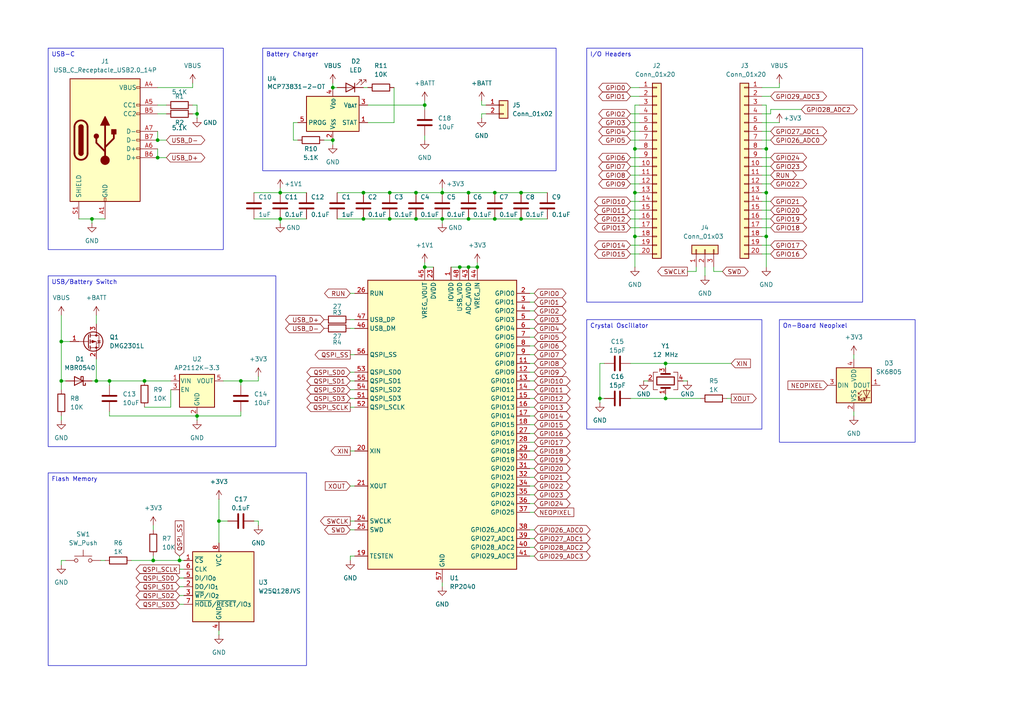
<source format=kicad_sch>
(kicad_sch (version 20250114) (generator "eeschema") (generator_version "9.0")
  (paper "A4")
  (text_box "USB/Battery Switch" (at 13.97 80.01 0) (size 66.04 49.53) (margins 0.9525 0.9525 0.9525 0.9525) (effects (font (size 1.27 1.27)) (justify left top)))
  (text_box "I/O Headers" (at 170.18 13.97 0) (size 80.01 73.66) (margins 0.9525 0.9525 0.9525 0.9525) (effects (font (size 1.27 1.27)) (justify left top)))
  (text_box "Crystal Oscillator\n" (at 170.18 92.71 0) (size 50.8 31.75) (margins 0.9525 0.9525 0.9525 0.9525) (effects (font (size 1.27 1.27)) (justify left top)))
  (text_box "Battery Charger" (at 76.2 13.97 0) (size 85.09 35.56) (margins 0.9525 0.9525 0.9525 0.9525) (effects (font (size 1.27 1.27)) (justify left top)))
  (text_box "Flash Memory" (at 13.97 137.16 0) (size 74.93 55.88) (margins 0.9525 0.9525 0.9525 0.9525) (effects (font (size 1.27 1.27)) (justify left top)))
  (text_box "USB-C\n" (at 13.97 13.97 0) (size 50.8 58.42) (margins 0.9525 0.9525 0.9525 0.9525) (effects (font (size 1.27 1.27)) (justify left top)))
  (text_box "On-Board Neopixel\n" (at 226.06 92.71 0) (size 39.37 35.56) (margins 0.9525 0.9525 0.9525 0.9525) (effects (font (size 1.27 1.27)) (justify left top)))
  (junction (at 81.28 63.5))
  (junction (at 184.15 43.18))
  (junction (at 184.15 55.88))
  (junction (at 222.25 68.58))
  (junction (at 138.43 77.47))
  (junction (at 123.19 30.48))
  (junction (at 151.13 55.88))
  (junction (at 17.78 110.49))
  (junction (at 57.15 33.02))
  (junction (at 128.27 63.5))
  (junction (at 69.85 110.49))
  (junction (at 63.5 151.13))
  (junction (at 184.15 68.58))
  (junction (at 135.89 63.5))
  (junction (at 113.03 63.5))
  (junction (at 128.27 55.88))
  (junction (at 96.52 25.4))
  (junction (at 45.72 40.64))
  (junction (at 222.25 43.18))
  (junction (at 52.07 162.56))
  (junction (at 96.52 40.64))
  (junction (at 17.78 99.06))
  (junction (at 151.13 63.5))
  (junction (at 31.75 110.49))
  (junction (at 113.03 55.88))
  (junction (at 120.65 63.5))
  (junction (at 27.94 110.49))
  (junction (at 222.25 55.88))
  (junction (at 133.35 77.47))
  (junction (at 120.65 55.88))
  (junction (at 41.91 110.49))
  (junction (at 44.45 162.56))
  (junction (at 123.19 77.47))
  (junction (at 45.72 45.72))
  (junction (at 135.89 55.88))
  (junction (at 57.15 120.65))
  (junction (at 193.04 105.41))
  (junction (at 173.99 115.57))
  (junction (at 135.89 77.47))
  (junction (at 81.28 55.88))
  (junction (at 105.41 63.5))
  (junction (at 193.04 115.57))
  (junction (at 143.51 55.88))
  (junction (at 143.51 63.5))
  (junction (at 105.41 55.88))
  (junction (at 26.67 63.5))
  (wire (pts (xy 130.81 77.47) (xy 133.35 77.47)))
  (wire (pts (xy 105.41 25.4) (xy 106.68 25.4)))
  (wire (pts (xy 101.6 92.71) (xy 102.87 92.71)))
  (wire (pts (xy 232.41 31.75) (xy 223.52 31.75)))
  (wire (pts (xy 153.67 153.67) (xy 154.94 153.67)))
  (wire (pts (xy 182.88 27.94) (xy 185.42 27.94)))
  (wire (pts (xy 123.19 77.47) (xy 125.73 77.47)))
  (wire (pts (xy 45.72 25.4) (xy 55.88 25.4)))
  (wire (pts (xy 193.04 105.41) (xy 182.88 105.41)))
  (wire (pts (xy 101.6 151.13) (xy 102.87 151.13)))
  (wire (pts (xy 154.94 140.97) (xy 153.67 140.97)))
  (wire (pts (xy 207.01 78.74) (xy 207.01 77.47)))
  (wire (pts (xy 52.07 165.1) (xy 53.34 165.1)))
  (wire (pts (xy 63.5 151.13) (xy 63.5 157.48)))
  (wire (pts (xy 114.3 25.4) (xy 114.3 35.56)))
  (wire (pts (xy 101.6 153.67) (xy 102.87 153.67)))
  (wire (pts (xy 184.15 77.47) (xy 184.15 68.58)))
  (wire (pts (xy 123.19 29.21) (xy 123.19 30.48)))
  (wire (pts (xy 17.78 99.06) (xy 17.78 110.49)))
  (wire (pts (xy 153.67 158.75) (xy 154.94 158.75)))
  (wire (pts (xy 220.98 71.12) (xy 223.52 71.12)))
  (wire (pts (xy 45.72 40.64) (xy 48.26 40.64)))
  (wire (pts (xy 182.88 53.34) (xy 185.42 53.34)))
  (wire (pts (xy 222.25 55.88) (xy 220.98 55.88)))
  (wire (pts (xy 101.6 95.25) (xy 102.87 95.25)))
  (wire (pts (xy 184.15 68.58) (xy 185.42 68.58)))
  (wire (pts (xy 17.78 120.65) (xy 17.78 121.92)))
  (wire (pts (xy 128.27 54.61) (xy 128.27 55.88)))
  (wire (pts (xy 120.65 55.88) (xy 128.27 55.88)))
  (wire (pts (xy 220.98 60.96) (xy 223.52 60.96)))
  (wire (pts (xy 128.27 55.88) (xy 135.89 55.88)))
  (wire (pts (xy 85.09 40.64) (xy 86.36 40.64)))
  (wire (pts (xy 173.99 115.57) (xy 175.26 115.57)))
  (wire (pts (xy 153.67 92.71) (xy 154.94 92.71)))
  (wire (pts (xy 173.99 105.41) (xy 175.26 105.41)))
  (wire (pts (xy 97.79 63.5) (xy 105.41 63.5)))
  (wire (pts (xy 153.67 90.17) (xy 154.94 90.17)))
  (wire (pts (xy 187.96 110.49) (xy 186.69 110.49)))
  (wire (pts (xy 184.15 30.48) (xy 185.42 30.48)))
  (wire (pts (xy 139.7 29.21) (xy 139.7 30.48)))
  (wire (pts (xy 182.88 73.66) (xy 185.42 73.66)))
  (wire (pts (xy 153.67 113.03) (xy 154.94 113.03)))
  (wire (pts (xy 173.99 115.57) (xy 173.99 105.41)))
  (wire (pts (xy 182.88 33.02) (xy 185.42 33.02)))
  (wire (pts (xy 31.75 119.38) (xy 31.75 120.65)))
  (wire (pts (xy 153.67 161.29) (xy 154.94 161.29)))
  (wire (pts (xy 153.67 138.43) (xy 154.94 138.43)))
  (wire (pts (xy 220.98 58.42) (xy 223.52 58.42)))
  (wire (pts (xy 153.67 105.41) (xy 154.94 105.41)))
  (wire (pts (xy 101.6 113.03) (xy 102.87 113.03)))
  (wire (pts (xy 41.91 118.11) (xy 49.53 118.11)))
  (wire (pts (xy 182.88 60.96) (xy 185.42 60.96)))
  (wire (pts (xy 220.98 38.1) (xy 223.52 38.1)))
  (wire (pts (xy 226.06 35.56) (xy 220.98 35.56)))
  (wire (pts (xy 201.93 78.74) (xy 201.93 77.47)))
  (wire (pts (xy 128.27 63.5) (xy 135.89 63.5)))
  (wire (pts (xy 57.15 120.65) (xy 57.15 121.92)))
  (wire (pts (xy 220.98 30.48) (xy 222.25 30.48)))
  (wire (pts (xy 85.09 35.56) (xy 86.36 35.56)))
  (wire (pts (xy 29.21 162.56) (xy 30.48 162.56)))
  (wire (pts (xy 41.91 110.49) (xy 49.53 110.49)))
  (wire (pts (xy 26.67 63.5) (xy 30.48 63.5)))
  (wire (pts (xy 198.12 110.49) (xy 199.39 110.49)))
  (wire (pts (xy 153.67 87.63) (xy 154.94 87.63)))
  (wire (pts (xy 52.07 161.29) (xy 52.07 162.56)))
  (wire (pts (xy 45.72 38.1) (xy 45.72 40.64)))
  (wire (pts (xy 55.88 30.48) (xy 57.15 30.48)))
  (wire (pts (xy 74.93 152.4) (xy 74.93 151.13)))
  (wire (pts (xy 226.06 24.13) (xy 226.06 25.4)))
  (wire (pts (xy 222.25 43.18) (xy 222.25 55.88)))
  (wire (pts (xy 101.6 102.87) (xy 102.87 102.87)))
  (wire (pts (xy 45.72 33.02) (xy 48.26 33.02)))
  (wire (pts (xy 81.28 54.61) (xy 81.28 55.88)))
  (wire (pts (xy 101.6 140.97) (xy 102.87 140.97)))
  (wire (pts (xy 74.93 151.13) (xy 73.66 151.13)))
  (wire (pts (xy 153.67 100.33) (xy 154.94 100.33)))
  (wire (pts (xy 153.67 118.11) (xy 154.94 118.11)))
  (wire (pts (xy 139.7 33.02) (xy 140.97 33.02)))
  (wire (pts (xy 153.67 143.51) (xy 154.94 143.51)))
  (wire (pts (xy 64.77 110.49) (xy 69.85 110.49)))
  (wire (pts (xy 220.98 43.18) (xy 222.25 43.18)))
  (wire (pts (xy 81.28 55.88) (xy 88.9 55.88)))
  (wire (pts (xy 193.04 106.68) (xy 193.04 105.41)))
  (wire (pts (xy 182.88 40.64) (xy 185.42 40.64)))
  (wire (pts (xy 128.27 168.91) (xy 128.27 170.18)))
  (wire (pts (xy 199.39 78.74) (xy 201.93 78.74)))
  (wire (pts (xy 113.03 55.88) (xy 120.65 55.88)))
  (wire (pts (xy 173.99 116.84) (xy 173.99 115.57)))
  (wire (pts (xy 220.98 73.66) (xy 223.52 73.66)))
  (wire (pts (xy 69.85 110.49) (xy 69.85 111.76)))
  (wire (pts (xy 184.15 68.58) (xy 184.15 55.88)))
  (wire (pts (xy 26.67 63.5) (xy 26.67 64.77)))
  (wire (pts (xy 153.67 97.79) (xy 154.94 97.79)))
  (wire (pts (xy 26.67 110.49) (xy 27.94 110.49)))
  (wire (pts (xy 153.67 107.95) (xy 154.94 107.95)))
  (wire (pts (xy 31.75 110.49) (xy 41.91 110.49)))
  (wire (pts (xy 182.88 48.26) (xy 185.42 48.26)))
  (wire (pts (xy 182.88 38.1) (xy 185.42 38.1)))
  (wire (pts (xy 105.41 63.5) (xy 113.03 63.5)))
  (wire (pts (xy 184.15 43.18) (xy 184.15 30.48)))
  (wire (pts (xy 222.25 77.47) (xy 222.25 68.58)))
  (wire (pts (xy 223.52 31.75) (xy 223.52 33.02)))
  (wire (pts (xy 153.67 85.09) (xy 154.94 85.09)))
  (wire (pts (xy 97.79 55.88) (xy 105.41 55.88)))
  (wire (pts (xy 73.66 55.88) (xy 81.28 55.88)))
  (wire (pts (xy 203.2 115.57) (xy 193.04 115.57)))
  (wire (pts (xy 135.89 55.88) (xy 143.51 55.88)))
  (wire (pts (xy 105.41 55.88) (xy 113.03 55.88)))
  (wire (pts (xy 139.7 34.29) (xy 139.7 33.02)))
  (wire (pts (xy 55.88 24.13) (xy 55.88 25.4)))
  (wire (pts (xy 153.67 115.57) (xy 154.94 115.57)))
  (wire (pts (xy 22.86 63.5) (xy 26.67 63.5)))
  (wire (pts (xy 106.68 30.48) (xy 123.19 30.48)))
  (wire (pts (xy 182.88 35.56) (xy 185.42 35.56)))
  (wire (pts (xy 52.07 162.56) (xy 53.34 162.56)))
  (wire (pts (xy 52.07 175.26) (xy 53.34 175.26)))
  (wire (pts (xy 63.5 182.88) (xy 63.5 184.15)))
  (wire (pts (xy 57.15 30.48) (xy 57.15 33.02)))
  (wire (pts (xy 182.88 58.42) (xy 185.42 58.42)))
  (wire (pts (xy 128.27 63.5) (xy 128.27 64.77)))
  (wire (pts (xy 153.67 146.05) (xy 154.94 146.05)))
  (wire (pts (xy 27.94 104.14) (xy 27.94 110.49)))
  (wire (pts (xy 184.15 43.18) (xy 185.42 43.18)))
  (wire (pts (xy 153.67 156.21) (xy 154.94 156.21)))
  (wire (pts (xy 220.98 45.72) (xy 223.52 45.72)))
  (wire (pts (xy 151.13 63.5) (xy 158.75 63.5)))
  (wire (pts (xy 101.6 85.09) (xy 102.87 85.09)))
  (wire (pts (xy 96.52 25.4) (xy 97.79 25.4)))
  (wire (pts (xy 123.19 39.37) (xy 123.19 40.64)))
  (wire (pts (xy 45.72 45.72) (xy 45.72 43.18)))
  (wire (pts (xy 153.67 130.81) (xy 154.94 130.81)))
  (wire (pts (xy 220.98 40.64) (xy 223.52 40.64)))
  (wire (pts (xy 139.7 30.48) (xy 140.97 30.48)))
  (wire (pts (xy 55.88 33.02) (xy 57.15 33.02)))
  (wire (pts (xy 52.07 167.64) (xy 53.34 167.64)))
  (wire (pts (xy 182.88 71.12) (xy 185.42 71.12)))
  (wire (pts (xy 222.25 68.58) (xy 222.25 55.88)))
  (wire (pts (xy 184.15 55.88) (xy 185.42 55.88)))
  (wire (pts (xy 182.88 66.04) (xy 185.42 66.04)))
  (wire (pts (xy 204.47 77.47) (xy 204.47 80.01)))
  (wire (pts (xy 81.28 63.5) (xy 81.28 64.77)))
  (wire (pts (xy 63.5 151.13) (xy 66.04 151.13)))
  (wire (pts (xy 101.6 118.11) (xy 102.87 118.11)))
  (wire (pts (xy 220.98 66.04) (xy 223.52 66.04)))
  (wire (pts (xy 101.6 110.49) (xy 102.87 110.49)))
  (wire (pts (xy 210.82 115.57) (xy 212.09 115.57)))
  (wire (pts (xy 44.45 162.56) (xy 44.45 161.29)))
  (wire (pts (xy 184.15 55.88) (xy 184.15 43.18)))
  (wire (pts (xy 17.78 162.56) (xy 17.78 163.83)))
  (wire (pts (xy 69.85 119.38) (xy 69.85 120.65)))
  (wire (pts (xy 138.43 76.2) (xy 138.43 77.47)))
  (wire (pts (xy 153.67 123.19) (xy 154.94 123.19)))
  (wire (pts (xy 27.94 91.44) (xy 27.94 93.98)))
  (wire (pts (xy 123.19 30.48) (xy 123.19 31.75)))
  (wire (pts (xy 69.85 110.49) (xy 74.93 110.49)))
  (wire (pts (xy 20.32 99.06) (xy 17.78 99.06)))
  (wire (pts (xy 52.07 162.56) (xy 44.45 162.56)))
  (wire (pts (xy 182.88 63.5) (xy 185.42 63.5)))
  (wire (pts (xy 220.98 27.94) (xy 223.52 27.94)))
  (wire (pts (xy 81.28 63.5) (xy 88.9 63.5)))
  (wire (pts (xy 85.09 35.56) (xy 85.09 40.64)))
  (wire (pts (xy 220.98 25.4) (xy 226.06 25.4)))
  (wire (pts (xy 93.98 40.64) (xy 96.52 40.64)))
  (wire (pts (xy 153.67 125.73) (xy 154.94 125.73)))
  (wire (pts (xy 220.98 63.5) (xy 223.52 63.5)))
  (wire (pts (xy 44.45 152.4) (xy 44.45 153.67)))
  (wire (pts (xy 17.78 110.49) (xy 17.78 113.03)))
  (wire (pts (xy 222.25 30.48) (xy 222.25 43.18)))
  (wire (pts (xy 153.67 133.35) (xy 154.94 133.35)))
  (wire (pts (xy 182.88 115.57) (xy 193.04 115.57)))
  (wire (pts (xy 27.94 110.49) (xy 31.75 110.49)))
  (wire (pts (xy 247.65 102.87) (xy 247.65 104.14)))
  (wire (pts (xy 45.72 45.72) (xy 48.26 45.72)))
  (wire (pts (xy 153.67 120.65) (xy 154.94 120.65)))
  (wire (pts (xy 74.93 109.22) (xy 74.93 110.49)))
  (wire (pts (xy 45.72 30.48) (xy 48.26 30.48)))
  (wire (pts (xy 113.03 63.5) (xy 120.65 63.5)))
  (wire (pts (xy 153.67 102.87) (xy 154.94 102.87)))
  (wire (pts (xy 153.67 95.25) (xy 154.94 95.25)))
  (wire (pts (xy 247.65 119.38) (xy 247.65 120.65)))
  (wire (pts (xy 101.6 161.29) (xy 102.87 161.29)))
  (wire (pts (xy 101.6 115.57) (xy 102.87 115.57)))
  (wire (pts (xy 153.67 148.59) (xy 154.94 148.59)))
  (wire (pts (xy 153.67 110.49) (xy 154.94 110.49)))
  (wire (pts (xy 151.13 55.88) (xy 158.75 55.88)))
  (wire (pts (xy 182.88 45.72) (xy 185.42 45.72)))
  (wire (pts (xy 193.04 105.41) (xy 212.09 105.41)))
  (wire (pts (xy 220.98 53.34) (xy 223.52 53.34)))
  (wire (pts (xy 17.78 91.44) (xy 17.78 99.06)))
  (wire (pts (xy 31.75 110.49) (xy 31.75 111.76)))
  (wire (pts (xy 209.55 78.74) (xy 207.01 78.74)))
  (wire (pts (xy 52.07 170.18) (xy 53.34 170.18)))
  (wire (pts (xy 133.35 77.47) (xy 135.89 77.47)))
  (wire (pts (xy 182.88 50.8) (xy 185.42 50.8)))
  (wire (pts (xy 101.6 162.56) (xy 101.6 161.29)))
  (wire (pts (xy 101.6 130.81) (xy 102.87 130.81)))
  (wire (pts (xy 135.89 77.47) (xy 138.43 77.47)))
  (wire (pts (xy 69.85 120.65) (xy 57.15 120.65)))
  (wire (pts (xy 182.88 25.4) (xy 185.42 25.4)))
  (wire (pts (xy 52.07 172.72) (xy 53.34 172.72)))
  (wire (pts (xy 193.04 115.57) (xy 193.04 114.3)))
  (wire (pts (xy 153.67 135.89) (xy 154.94 135.89)))
  (wire (pts (xy 220.98 50.8) (xy 223.52 50.8)))
  (wire (pts (xy 123.19 76.2) (xy 123.19 77.47)))
  (wire (pts (xy 220.98 33.02) (xy 223.52 33.02)))
  (wire (pts (xy 143.51 55.88) (xy 151.13 55.88)))
  (wire (pts (xy 135.89 63.5) (xy 143.51 63.5)))
  (wire (pts (xy 101.6 107.95) (xy 102.87 107.95)))
  (wire (pts (xy 96.52 24.13) (xy 96.52 25.4)))
  (wire (pts (xy 63.5 144.78) (xy 63.5 151.13)))
  (wire (pts (xy 114.3 35.56) (xy 106.68 35.56)))
  (wire (pts (xy 49.53 118.11) (xy 49.53 113.03)))
  (wire (pts (xy 57.15 33.02) (xy 57.15 34.29)))
  (wire (pts (xy 220.98 68.58) (xy 222.25 68.58)))
  (wire (pts (xy 73.66 63.5) (xy 81.28 63.5)))
  (wire (pts (xy 96.52 40.64) (xy 96.52 41.91)))
  (wire (pts (xy 17.78 162.56) (xy 19.05 162.56)))
  (wire (pts (xy 143.51 63.5) (xy 151.13 63.5)))
  (wire (pts (xy 38.1 162.56) (xy 44.45 162.56)))
  (wire (pts (xy 120.65 63.5) (xy 128.27 63.5)))
  (wire (pts (xy 153.67 128.27) (xy 154.94 128.27)))
  (wire (pts (xy 31.75 120.65) (xy 57.15 120.65)))
  (wire (pts (xy 17.78 110.49) (xy 19.05 110.49)))
  (wire (pts (xy 220.98 48.26) (xy 223.52 48.26)))
  (global_label "GPIO19" (shape bidirectional) (at 223.52 63.5 0) (property "Intersheetrefs" "${INTERSHEET_REFS}" (effects (hide yes))))
  (global_label "GPIO1" (shape bidirectional) (at 182.88 27.94 180) (property "Intersheetrefs" "${INTERSHEET_REFS}" (effects (hide yes))))
  (global_label "GPIO26_ADC0" (shape bidirectional) (at 223.52 40.64 0) (property "Intersheetrefs" "${INTERSHEET_REFS}" (effects (hide yes))))
  (global_label "GPIO10" (shape bidirectional) (at 182.88 58.42 180) (property "Intersheetrefs" "${INTERSHEET_REFS}" (effects (hide yes))))
  (global_label "GPIO0" (shape bidirectional) (at 154.94 85.09 0) (property "Intersheetrefs" "${INTERSHEET_REFS}" (effects (hide yes))))
  (global_label "GPIO8" (shape bidirectional) (at 182.88 50.8 180) (property "Intersheetrefs" "${INTERSHEET_REFS}" (effects (hide yes))))
  (global_label "XOUT" (shape output) (at 212.09 115.57 0) (property "Intersheetrefs" "${INTERSHEET_REFS}" (effects (hide yes))))
  (global_label "QSPI_SD1" (shape bidirectional) (at 52.07 170.18 180) (property "Intersheetrefs" "${INTERSHEET_REFS}" (effects (hide yes))))
  (global_label "GPIO2" (shape bidirectional) (at 154.94 90.17 0) (property "Intersheetrefs" "${INTERSHEET_REFS}" (effects (hide yes))))
  (global_label "GPIO0" (shape bidirectional) (at 182.88 25.4 180) (property "Intersheetrefs" "${INTERSHEET_REFS}" (effects (hide yes))))
  (global_label "XIN" (shape input) (at 212.09 105.41 0) (property "Intersheetrefs" "${INTERSHEET_REFS}" (effects (hide yes))))
  (global_label "GPIO9" (shape bidirectional) (at 154.94 107.95 0) (property "Intersheetrefs" "${INTERSHEET_REFS}" (effects (hide yes))))
  (global_label "GPIO16" (shape bidirectional) (at 154.94 125.73 0) (property "Intersheetrefs" "${INTERSHEET_REFS}" (effects (hide yes))))
  (global_label "USB_D-" (shape bidirectional) (at 48.26 40.64 0) (property "Intersheetrefs" "${INTERSHEET_REFS}" (effects (hide yes))))
  (global_label "GPIO9" (shape bidirectional) (at 182.88 53.34 180) (property "Intersheetrefs" "${INTERSHEET_REFS}" (effects (hide yes))))
  (global_label "GPIO5" (shape bidirectional) (at 154.94 97.79 0) (property "Intersheetrefs" "${INTERSHEET_REFS}" (effects (hide yes))))
  (global_label "SWD" (shape bidirectional) (at 101.6 153.67 180) (property "Intersheetrefs" "${INTERSHEET_REFS}" (effects (hide yes))))
  (global_label "GPIO3" (shape bidirectional) (at 182.88 35.56 180) (property "Intersheetrefs" "${INTERSHEET_REFS}" (effects (hide yes))))
  (global_label "QSPI_SD1" (shape bidirectional) (at 101.6 110.49 180) (property "Intersheetrefs" "${INTERSHEET_REFS}" (effects (hide yes))))
  (global_label "GPIO18" (shape bidirectional) (at 154.94 130.81 0) (property "Intersheetrefs" "${INTERSHEET_REFS}" (effects (hide yes))))
  (global_label "QSPI_SS" (shape output) (at 101.6 102.87 180) (property "Intersheetrefs" "${INTERSHEET_REFS}" (effects (hide yes))))
  (global_label "GPIO11" (shape bidirectional) (at 154.94 113.03 0) (property "Intersheetrefs" "${INTERSHEET_REFS}" (effects (hide yes))))
  (global_label "USB_D-" (shape bidirectional) (at 93.98 95.25 180) (property "Intersheetrefs" "${INTERSHEET_REFS}" (effects (hide yes))))
  (global_label "GPIO5" (shape bidirectional) (at 182.88 40.64 180) (property "Intersheetrefs" "${INTERSHEET_REFS}" (effects (hide yes))))
  (global_label "QSPI_SD2" (shape bidirectional) (at 52.07 172.72 180) (property "Intersheetrefs" "${INTERSHEET_REFS}" (effects (hide yes))))
  (global_label "GPIO15" (shape bidirectional) (at 182.88 73.66 180) (property "Intersheetrefs" "${INTERSHEET_REFS}" (effects (hide yes))))
  (global_label "QSPI_SD0" (shape bidirectional) (at 52.07 167.64 180) (property "Intersheetrefs" "${INTERSHEET_REFS}" (effects (hide yes))))
  (global_label "GPIO23" (shape bidirectional) (at 223.52 48.26 0) (property "Intersheetrefs" "${INTERSHEET_REFS}" (effects (hide yes))))
  (global_label "GPIO8" (shape bidirectional) (at 154.94 105.41 0) (property "Intersheetrefs" "${INTERSHEET_REFS}" (effects (hide yes))))
  (global_label "GPIO28_ADC2" (shape bidirectional) (at 232.41 31.75 0) (property "Intersheetrefs" "${INTERSHEET_REFS}" (effects (hide yes))))
  (global_label "GPIO17" (shape bidirectional) (at 223.52 71.12 0) (property "Intersheetrefs" "${INTERSHEET_REFS}" (effects (hide yes))))
  (global_label "RUN" (shape bidirectional) (at 223.52 50.8 0) (property "Intersheetrefs" "${INTERSHEET_REFS}" (effects (hide yes))))
  (global_label "GPIO4" (shape bidirectional) (at 154.94 95.25 0) (property "Intersheetrefs" "${INTERSHEET_REFS}" (effects (hide yes))))
  (global_label "QSPI_SD0" (shape bidirectional) (at 101.6 107.95 180) (property "Intersheetrefs" "${INTERSHEET_REFS}" (effects (hide yes))))
  (global_label "GPIO10" (shape bidirectional) (at 154.94 110.49 0) (property "Intersheetrefs" "${INTERSHEET_REFS}" (effects (hide yes))))
  (global_label "QSPI_SD3" (shape bidirectional) (at 101.6 115.57 180) (property "Intersheetrefs" "${INTERSHEET_REFS}" (effects (hide yes))))
  (global_label "GPIO27_ADC1" (shape bidirectional) (at 154.94 156.21 0) (property "Intersheetrefs" "${INTERSHEET_REFS}" (effects (hide yes))))
  (global_label "GPIO22" (shape bidirectional) (at 223.52 53.34 0) (property "Intersheetrefs" "${INTERSHEET_REFS}" (effects (hide yes))))
  (global_label "QSPI_SS" (shape input) (at 52.07 161.29 90) (property "Intersheetrefs" "${INTERSHEET_REFS}" (effects (hide yes))))
  (global_label "GPIO23" (shape bidirectional) (at 154.94 143.51 0) (property "Intersheetrefs" "${INTERSHEET_REFS}" (effects (hide yes))))
  (global_label "RUN" (shape bidirectional) (at 101.6 85.09 180) (property "Intersheetrefs" "${INTERSHEET_REFS}" (effects (hide yes))))
  (global_label "GPIO21" (shape bidirectional) (at 223.52 58.42 0) (property "Intersheetrefs" "${INTERSHEET_REFS}" (effects (hide yes))))
  (global_label "GPIO3" (shape bidirectional) (at 154.94 92.71 0) (property "Intersheetrefs" "${INTERSHEET_REFS}" (effects (hide yes))))
  (global_label "GPIO24" (shape bidirectional) (at 154.94 146.05 0) (property "Intersheetrefs" "${INTERSHEET_REFS}" (effects (hide yes))))
  (global_label "GPIO6" (shape bidirectional) (at 182.88 45.72 180) (property "Intersheetrefs" "${INTERSHEET_REFS}" (effects (hide yes))))
  (global_label "GPIO22" (shape bidirectional) (at 154.94 140.97 0) (property "Intersheetrefs" "${INTERSHEET_REFS}" (effects (hide yes))))
  (global_label "GPIO29_ADC3" (shape bidirectional) (at 154.94 161.29 0) (property "Intersheetrefs" "${INTERSHEET_REFS}" (effects (hide yes))))
  (global_label "SWCLK" (shape output) (at 199.39 78.74 180) (property "Intersheetrefs" "${INTERSHEET_REFS}" (effects (hide yes))))
  (global_label "GPIO28_ADC2" (shape bidirectional) (at 154.94 158.75 0) (property "Intersheetrefs" "${INTERSHEET_REFS}" (effects (hide yes))))
  (global_label "SWD" (shape bidirectional) (at 209.55 78.74 0) (property "Intersheetrefs" "${INTERSHEET_REFS}" (effects (hide yes))))
  (global_label "GPIO18" (shape bidirectional) (at 223.52 66.04 0) (property "Intersheetrefs" "${INTERSHEET_REFS}" (effects (hide yes))))
  (global_label "GPIO1" (shape bidirectional) (at 154.94 87.63 0) (property "Intersheetrefs" "${INTERSHEET_REFS}" (effects (hide yes))))
  (global_label "SWCLK" (shape output) (at 101.6 151.13 180) (property "Intersheetrefs" "${INTERSHEET_REFS}" (effects (hide yes))))
  (global_label "USB_D+" (shape bidirectional) (at 93.98 92.71 180) (property "Intersheetrefs" "${INTERSHEET_REFS}" (effects (hide yes))))
  (global_label "USB_D+" (shape bidirectional) (at 48.26 45.72 0) (property "Intersheetrefs" "${INTERSHEET_REFS}" (effects (hide yes))))
  (global_label "GPIO24" (shape bidirectional) (at 223.52 45.72 0) (property "Intersheetrefs" "${INTERSHEET_REFS}" (effects (hide yes))))
  (global_label "GPIO12" (shape bidirectional) (at 154.94 115.57 0) (property "Intersheetrefs" "${INTERSHEET_REFS}" (effects (hide yes))))
  (global_label "QSPI_SD2" (shape bidirectional) (at 101.6 113.03 180) (property "Intersheetrefs" "${INTERSHEET_REFS}" (effects (hide yes))))
  (global_label "NEOPIXEL" (shape input) (at 240.03 111.76 180) (property "Intersheetrefs" "${INTERSHEET_REFS}" (effects (hide yes))))
  (global_label "GPIO20" (shape bidirectional) (at 154.94 135.89 0) (property "Intersheetrefs" "${INTERSHEET_REFS}" (effects (hide yes))))
  (global_label "GPIO4" (shape bidirectional) (at 182.88 38.1 180) (property "Intersheetrefs" "${INTERSHEET_REFS}" (effects (hide yes))))
  (global_label "QSPI_SD3" (shape bidirectional) (at 52.07 175.26 180) (property "Intersheetrefs" "${INTERSHEET_REFS}" (effects (hide yes))))
  (global_label "GPIO21" (shape bidirectional) (at 154.94 138.43 0) (property "Intersheetrefs" "${INTERSHEET_REFS}" (effects (hide yes))))
  (global_label "GPIO13" (shape bidirectional) (at 182.88 66.04 180) (property "Intersheetrefs" "${INTERSHEET_REFS}" (effects (hide yes))))
  (global_label "GPIO7" (shape bidirectional) (at 154.94 102.87 0) (property "Intersheetrefs" "${INTERSHEET_REFS}" (effects (hide yes))))
  (global_label "GPIO17" (shape bidirectional) (at 154.94 128.27 0) (property "Intersheetrefs" "${INTERSHEET_REFS}" (effects (hide yes))))
  (global_label "GPIO13" (shape bidirectional) (at 154.94 118.11 0) (property "Intersheetrefs" "${INTERSHEET_REFS}" (effects (hide yes))))
  (global_label "XOUT" (shape input) (at 101.6 140.97 180) (property "Intersheetrefs" "${INTERSHEET_REFS}" (effects (hide yes))))
  (global_label "GPIO27_ADC1" (shape bidirectional) (at 223.52 38.1 0) (property "Intersheetrefs" "${INTERSHEET_REFS}" (effects (hide yes))))
  (global_label "GPIO15" (shape bidirectional) (at 154.94 123.19 0) (property "Intersheetrefs" "${INTERSHEET_REFS}" (effects (hide yes))))
  (global_label "XIN" (shape output) (at 101.6 130.81 180) (property "Intersheetrefs" "${INTERSHEET_REFS}" (effects (hide yes))))
  (global_label "QSPI_SCLK" (shape output) (at 52.07 165.1 180) (property "Intersheetrefs" "${INTERSHEET_REFS}" (effects (hide yes))))
  (global_label "NEOPIXEL" (shape input) (at 154.94 148.59 0) (property "Intersheetrefs" "${INTERSHEET_REFS}" (effects (hide yes))))
  (global_label "GPIO20" (shape bidirectional) (at 223.52 60.96 0) (property "Intersheetrefs" "${INTERSHEET_REFS}" (effects (hide yes))))
  (global_label "GPIO6" (shape bidirectional) (at 154.94 100.33 0) (property "Intersheetrefs" "${INTERSHEET_REFS}" (effects (hide yes))))
  (global_label "GPIO14" (shape bidirectional) (at 182.88 71.12 180) (property "Intersheetrefs" "${INTERSHEET_REFS}" (effects (hide yes))))
  (global_label "GPIO29_ADC3" (shape bidirectional) (at 223.52 27.94 0) (property "Intersheetrefs" "${INTERSHEET_REFS}" (effects (hide yes))))
  (global_label "GPIO12" (shape bidirectional) (at 182.88 63.5 180) (property "Intersheetrefs" "${INTERSHEET_REFS}" (effects (hide yes))))
  (global_label "GPIO14" (shape bidirectional) (at 154.94 120.65 0) (property "Intersheetrefs" "${INTERSHEET_REFS}" (effects (hide yes))))
  (global_label "GPIO16" (shape bidirectional) (at 223.52 73.66 0) (property "Intersheetrefs" "${INTERSHEET_REFS}" (effects (hide yes))))
  (global_label "GPIO7" (shape bidirectional) (at 182.88 48.26 180) (property "Intersheetrefs" "${INTERSHEET_REFS}" (effects (hide yes))))
  (global_label "GPIO11" (shape bidirectional) (at 182.88 60.96 180) (property "Intersheetrefs" "${INTERSHEET_REFS}" (effects (hide yes))))
  (global_label "QSPI_SCLK" (shape output) (at 101.6 118.11 180) (property "Intersheetrefs" "${INTERSHEET_REFS}" (effects (hide yes))))
  (global_label "GPIO26_ADC0" (shape bidirectional) (at 154.94 153.67 0) (property "Intersheetrefs" "${INTERSHEET_REFS}" (effects (hide yes))))
  (global_label "GPIO2" (shape bidirectional) (at 182.88 33.02 180) (property "Intersheetrefs" "${INTERSHEET_REFS}" (effects (hide yes))))
  (global_label "GPIO19" (shape bidirectional) (at 154.94 133.35 0) (property "Intersheetrefs" "${INTERSHEET_REFS}" (effects (hide yes))))
  (symbol (lib_id "Device:C") (at 31.75 115.57 0) (unit 1)
    (property "Reference" "C13" (at 35.56 114.2999 0) (effects (justify left)))
    (property "Value" "10uF" (at 35.56 116.8399 0) (effects (justify left)))
    (property "Description" "Unpolarized capacitor" (effects (hide yes)))
  )
  (symbol (lib_id "power:+3V3") (at 138.43 76.2 0) (unit 1)
    (property "Reference" "#PWR02" (effects (hide yes)))
    (property "Value" "+3V3" (at 138.43 71.12 0))
    (property "Description" "Power symbol creates a global label with name \"+3V3\"" (effects (hide yes)))
  )
  (symbol (lib_id "power:GND") (at 128.27 170.18 0) (unit 1)
    (property "Reference" "#PWR07" (effects (hide yes)))
    (property "Value" "GND" (at 128.27 175.26 0))
    (property "Description" "Power symbol creates a global label with name \"GND\" , ground" (effects (hide yes)))
  )
  (symbol (lib_id "Battery_Management:MCP73831-2-OT") (at 96.52 33.02 0) (unit 1)
    (property "Reference" "U4" (at 77.47 22.86 0) (effects (justify left)))
    (property "Value" "MCP73831-2-OT" (at 77.47 25.146 0) (effects (justify left)))
    (property "Footprint" "Package_TO_SOT_SMD:SOT-23-5" (effects (hide yes)))
    (property "Datasheet" "http://ww1.microchip.com/downloads/en/DeviceDoc/20001984g.pdf" (effects (hide yes)))
    (property "Description" "Single cell, Li-Ion/Li-Po charge management controller, 4.20V, Tri-State Status Output, in SOT23-5 package" (effects (hide yes)))
  )
  (symbol (lib_id "power:GND") (at 222.25 77.47 0) (unit 1)
    (property "Reference" "#PWR035" (effects (hide yes)))
    (property "Value" "GND" (at 222.25 82.55 0))
    (property "Description" "Power symbol creates a global label with name \"GND\" , ground" (effects (hide yes)))
  )
  (symbol (lib_id "power:+BATT") (at 27.94 91.44 0) (unit 1)
    (property "Reference" "#PWR012" (effects (hide yes)))
    (property "Value" "+BATT" (at 27.94 86.36 0))
    (property "Description" "Power symbol creates a global label with name \"+BATT\"" (effects (hide yes)))
  )
  (symbol (lib_id "Device:R") (at 17.78 116.84 0) (unit 1)
    (property "Reference" "R8" (at 20.32 115.5699 0) (effects (justify left)))
    (property "Value" "10K" (at 20.32 118.1099 0) (effects (justify left)))
    (property "Description" "Resistor" (effects (hide yes)))
  )
  (symbol (lib_id "power:GND") (at 123.19 40.64 0) (unit 1)
    (property "Reference" "#PWR033" (effects (hide yes)))
    (property "Value" "GND" (at 123.19 45.72 0))
    (property "Description" "Power symbol creates a global label with name \"GND\" , ground" (effects (hide yes)))
  )
  (symbol (lib_id "power:GND") (at 26.67 64.77 0) (unit 1)
    (property "Reference" "#PWR08" (effects (hide yes)))
    (property "Value" "GND" (at 26.67 69.85 0))
    (property "Description" "Power symbol creates a global label with name \"GND\" , ground" (effects (hide yes)))
  )
  (symbol (lib_id "power:+3V3") (at 247.65 102.87 0) (unit 1)
    (property "Reference" "#PWR036" (effects (hide yes)))
    (property "Value" "+3V3" (at 247.65 97.79 0))
    (property "Description" "Power symbol creates a global label with name \"+3V3\"" (effects (hide yes)))
  )
  (symbol (lib_id "power:GND") (at 199.39 110.49 0) (unit 1)
    (property "Reference" "#PWR014" (effects (hide yes)))
    (property "Value" "GND" (at 199.39 114.3 0))
    (property "Description" "Power symbol creates a global label with name \"GND\" , ground" (effects (hide yes)))
  )
  (symbol (lib_id "Device:C") (at 81.28 59.69 0) (unit 1)
    (property "Reference" "C11" (at 82.55 57.15 0) (effects (justify left)))
    (property "Value" "0.1uF" (at 82.55 62.23 0) (effects (justify left)))
    (property "Description" "Unpolarized capacitor" (effects (hide yes)))
  )
  (symbol (lib_id "power:GND") (at 17.78 163.83 0) (unit 1)
    (property "Reference" "#PWR020" (effects (hide yes)))
    (property "Value" "GND" (at 17.78 168.91 0))
    (property "Description" "Power symbol creates a global label with name \"GND\" , ground" (effects (hide yes)))
  )
  (symbol (lib_id "power:+3V3") (at 128.27 54.61 0) (unit 1)
    (property "Reference" "#PWR03" (effects (hide yes)))
    (property "Value" "+3V3" (at 132.08 53.34 0))
    (property "Description" "Power symbol creates a global label with name \"+3V3\"" (effects (hide yes)))
  )
  (symbol (lib_id "power:+1V1") (at 123.19 76.2 0) (unit 1)
    (property "Reference" "#PWR01" (effects (hide yes)))
    (property "Value" "+1V1" (at 123.19 71.12 0))
    (property "Description" "Power symbol creates a global label with name \"+1V1\"" (effects (hide yes)))
  )
  (symbol (lib_id "Device:C") (at 88.9 59.69 0) (unit 1)
    (property "Reference" "C12" (at 90.17 57.15 0) (effects (justify left)))
    (property "Value" "0.1uF" (at 90.17 62.23 0) (effects (justify left)))
    (property "Description" "Unpolarized capacitor" (effects (hide yes)))
  )
  (symbol (lib_id "Device:Crystal_GND24") (at 193.04 110.49 90) (unit 1)
    (property "Reference" "Y1" (at 193.04 100.33 90))
    (property "Value" "12 MHz" (at 193.04 102.87 90))
    (property "Description" "Four pin crystal, GND on pins 2 and 4" (effects (hide yes)))
  )
  (symbol (lib_id "Device:R") (at 90.17 40.64 270) (unit 1)
    (property "Reference" "R10" (at 90.17 43.18 90))
    (property "Value" "5.1K" (at 90.17 45.72 90))
    (property "Description" "Resistor" (effects (hide yes)))
  )
  (symbol (lib_id "Device:C") (at 179.07 105.41 90) (unit 1)
    (property "Reference" "C15" (at 179.07 99.06 90))
    (property "Value" "15pF" (at 179.07 101.6 90))
    (property "Description" "Unpolarized capacitor" (effects (hide yes)))
  )
  (symbol (lib_id "power:GND") (at 57.15 121.92 0) (unit 1)
    (property "Reference" "#PWR027" (effects (hide yes)))
    (property "Value" "GND" (at 57.15 127 0))
    (property "Description" "Power symbol creates a global label with name \"GND\" , ground" (effects (hide yes)))
  )
  (symbol (lib_id "power:GND") (at 74.93 152.4 0) (unit 1)
    (property "Reference" "#PWR018" (effects (hide yes)))
    (property "Value" "GND" (at 74.93 157.48 0))
    (property "Description" "Power symbol creates a global label with name \"GND\" , ground" (effects (hide yes)))
  )
  (symbol (lib_id "power:+3V3") (at 74.93 109.22 0) (unit 1)
    (property "Reference" "#PWR026" (effects (hide yes)))
    (property "Value" "+3V3" (at 74.93 104.14 0))
    (property "Description" "Power symbol creates a global label with name \"+3V3\"" (effects (hide yes)))
  )
  (symbol (lib_id "Device:C") (at 69.85 115.57 0) (unit 1)
    (property "Reference" "C14" (at 73.66 114.2999 0) (effects (justify left)))
    (property "Value" "10uF" (at 73.66 116.8399 0) (effects (justify left)))
    (property "Description" "Unpolarized capacitor" (effects (hide yes)))
  )
  (symbol (lib_id "Transistor_FET:DMG2301L") (at 25.4 99.06 0) (unit 1)
    (property "Reference" "Q1" (at 31.75 97.7899 0) (effects (justify left)))
    (property "Value" "DMG2301L" (at 31.75 100.3299 0) (effects (justify left)))
    (property "Footprint" "Package_TO_SOT_SMD:SOT-23" (effects (hide yes)))
    (property "Datasheet" "https://www.diodes.com/assets/Datasheets/DMG2301L.pdf" (effects (hide yes)))
    (property "Description" "-3A Id, -20V Vds, P-Channel MOSFET, SOT-23" (effects (hide yes)))
  )
  (symbol (lib_id "Device:C") (at 105.41 59.69 0) (unit 1)
    (property "Reference" "C2" (at 106.68 57.15 0) (effects (justify left)))
    (property "Value" "0.1uF" (at 106.68 62.23 0) (effects (justify left)))
    (property "Description" "Unpolarized capacitor" (effects (hide yes)))
  )
  (symbol (lib_id "Memory_Flash:W25Q128JVS") (at 63.5 170.18 0) (unit 1)
    (property "Reference" "U3" (at 74.93 168.9099 0) (effects (justify left)))
    (property "Value" "W25Q128JVS" (at 74.93 171.4499 0) (effects (justify left)))
    (property "Footprint" "Package_SO:SOIC-8_5.3x5.3mm_P1.27mm" (effects (hide yes)))
    (property "Datasheet" "https://www.winbond.com/resource-files/w25q128jv_dtr%20revc%2003272018%20plus.pdf" (effects (hide yes)))
    (property "Description" "128Mbit / 16MiB Serial Flash Memory, Standard/Dual/Quad SPI, 2.7-3.6V, SOIC-8" (effects (hide yes)))
  )
  (symbol (lib_id "Device:LED") (at 101.6 25.4 180) (unit 1)
    (property "Reference" "D2" (at 103.1875 17.78 0))
    (property "Value" "LED" (at 103.1875 20.32 0))
    (property "Description" "Light emitting diode" (effects (hide yes)))
    (property "Sim.Pins" "1=K 2=A" (effects (hide yes)))
  )
  (symbol (lib_id "Connector_Generic:Conn_01x02") (at 146.05 30.48 0) (unit 1)
    (property "Reference" "J5" (at 148.59 30.4799 0) (effects (justify left)))
    (property "Value" "Conn_01x02" (at 148.59 33.0199 0) (effects (justify left)))
    (property "Description" "Generic connector, single row, 01x02, script generated (kicad-library-utils/schlib/autogen/connector/)" (effects (hide yes)))
  )
  (symbol (lib_id "Device:C") (at 97.79 59.69 0) (unit 1)
    (property "Reference" "C1" (at 99.06 57.15 0) (effects (justify left)))
    (property "Value" "1uF" (at 99.06 62.23 0) (effects (justify left)))
    (property "Description" "Unpolarized capacitor" (effects (hide yes)))
  )
  (symbol (lib_id "Device:C") (at 158.75 59.69 0) (unit 1)
    (property "Reference" "C9" (at 160.02 57.15 0) (effects (justify left)))
    (property "Value" "0.1uF" (at 160.02 62.23 0) (effects (justify left)))
    (property "Description" "Unpolarized capacitor" (effects (hide yes)))
  )
  (symbol (lib_id "Device:C") (at 120.65 59.69 0) (unit 1)
    (property "Reference" "C4" (at 121.92 57.15 0) (effects (justify left)))
    (property "Value" "0.1uF" (at 121.92 62.23 0) (effects (justify left)))
    (property "Description" "Unpolarized capacitor" (effects (hide yes)))
  )
  (symbol (lib_id "power:+BATT") (at 123.19 29.21 0) (unit 1)
    (property "Reference" "#PWR032" (effects (hide yes)))
    (property "Value" "+BATT" (at 123.19 24.13 0))
    (property "Description" "Power symbol creates a global label with name \"+BATT\"" (effects (hide yes)))
  )
  (symbol (lib_id "Device:C") (at 143.51 59.69 0) (unit 1)
    (property "Reference" "C7" (at 144.78 57.15 0) (effects (justify left)))
    (property "Value" "0.1uF" (at 144.78 62.23 0) (effects (justify left)))
    (property "Description" "Unpolarized capacitor" (effects (hide yes)))
  )
  (symbol (lib_id "power:GND") (at 247.65 120.65 0) (unit 1)
    (property "Reference" "#PWR037" (effects (hide yes)))
    (property "Value" "GND" (at 247.65 125.73 0))
    (property "Description" "Power symbol creates a global label with name \"GND\" , ground" (effects (hide yes)))
  )
  (symbol (lib_id "Device:C") (at 151.13 59.69 0) (unit 1)
    (property "Reference" "C8" (at 152.4 57.15 0) (effects (justify left)))
    (property "Value" "0.1uF" (at 152.4 62.23 0) (effects (justify left)))
    (property "Description" "Unpolarized capacitor" (effects (hide yes)))
  )
  (symbol (lib_id "Switch:SW_Push") (at 24.13 162.56 0) (unit 1)
    (property "Reference" "SW1" (at 24.13 154.94 0))
    (property "Value" "SW_Push" (at 24.13 157.48 0))
    (property "Description" "Push button switch, generic, two pins" (effects (hide yes)))
  )
  (symbol (lib_id "power:GND") (at 101.6 162.56 0) (unit 1)
    (property "Reference" "#PWR021" (effects (hide yes)))
    (property "Value" "GND" (at 101.6 167.64 0))
    (property "Description" "Power symbol creates a global label with name \"GND\" , ground" (effects (hide yes)))
  )
  (symbol (lib_id "power:+3V3") (at 63.5 144.78 0) (unit 1)
    (property "Reference" "#PWR016" (effects (hide yes)))
    (property "Value" "+3V3" (at 63.5 139.7 0))
    (property "Description" "Power symbol creates a global label with name \"+3V3\"" (effects (hide yes)))
  )
  (symbol (lib_id "Device:R") (at 34.29 162.56 90) (unit 1)
    (property "Reference" "R6" (at 34.29 157.48 90))
    (property "Value" "1K" (at 34.29 160.02 90))
    (property "Description" "Resistor" (effects (hide yes)))
  )
  (symbol (lib_id "Device:R") (at 41.91 114.3 180) (unit 1)
    (property "Reference" "R9" (at 44.45 113.0299 0) (effects (justify right)))
    (property "Value" "10K" (at 44.45 115.5699 0) (effects (justify right)))
    (property "Description" "Resistor" (effects (hide yes)))
  )
  (symbol (lib_id "Diode:MBR0540") (at 22.86 110.49 180) (unit 1)
    (property "Reference" "D1" (at 23.1775 104.14 0))
    (property "Value" "MBR0540" (at 23.1775 106.68 0))
    (property "Footprint" "Diode_SMD:D_SOD-123" (effects (hide yes)))
    (property "Datasheet" "http://www.mccsemi.com/up_pdf/MBR0520~MBR0580(SOD123).pdf" (effects (hide yes)))
    (property "Description" "40V 0.5A Schottky Power Rectifier Diode, SOD-123" (effects (hide yes)))
  )
  (symbol (lib_id "Device:R") (at 97.79 95.25 90) (unit 1)
    (property "Reference" "R4" (at 97.79 99.314 90))
    (property "Value" "27" (at 97.79 97.536 90))
    (property "Description" "Resistor" (effects (hide yes)))
  )
  (symbol (lib_id "Device:C") (at 179.07 115.57 90) (unit 1)
    (property "Reference" "C16" (at 179.07 109.22 90))
    (property "Value" "15pF" (at 179.07 111.76 90))
    (property "Description" "Unpolarized capacitor" (effects (hide yes)))
  )
  (symbol (lib_id "Device:R") (at 97.79 92.71 90) (unit 1)
    (property "Reference" "R3" (at 97.79 90.678 90))
    (property "Value" "27" (at 97.79 88.9 90))
    (property "Description" "Resistor" (effects (hide yes)))
  )
  (symbol (lib_id "Device:C") (at 128.27 59.69 0) (unit 1)
    (property "Reference" "C5" (at 129.54 57.15 0) (effects (justify left)))
    (property "Value" "0.1uF" (at 129.54 62.23 0) (effects (justify left)))
    (property "Description" "Unpolarized capacitor" (effects (hide yes)))
  )
  (symbol (lib_id "power:GND") (at 186.69 110.49 0) (unit 1)
    (property "Reference" "#PWR013" (effects (hide yes)))
    (property "Value" "GND" (at 186.69 114.3 0))
    (property "Description" "Power symbol creates a global label with name \"GND\" , ground" (effects (hide yes)))
  )
  (symbol (lib_id "power:+1V1") (at 81.28 54.61 0) (unit 1)
    (property "Reference" "#PWR06" (effects (hide yes)))
    (property "Value" "+1V1" (at 85.09 53.34 0))
    (property "Description" "Power symbol creates a global label with name \"+1V1\"" (effects (hide yes)))
  )
  (symbol (lib_id "Connector_Generic:Conn_01x03") (at 204.47 72.39 90) (unit 1)
    (property "Reference" "J4" (at 203.2 66.04 90) (effects (justify right)))
    (property "Value" "Conn_01x03" (at 198.12 68.58 90) (effects (justify right)))
    (property "Description" "Generic connector, single row, 01x03, script generated (kicad-library-utils/schlib/autogen/connector/)" (effects (hide yes)))
  )
  (symbol (lib_id "Device:C") (at 135.89 59.69 0) (unit 1)
    (property "Reference" "C6" (at 137.16 57.15 0) (effects (justify left)))
    (property "Value" "0.1uF" (at 137.16 62.23 0) (effects (justify left)))
    (property "Description" "Unpolarized capacitor" (effects (hide yes)))
  )
  (symbol (lib_id "Device:R") (at 52.07 33.02 90) (unit 1)
    (property "Reference" "R2" (at 52.07 35.56 90))
    (property "Value" "5.1K" (at 52.07 37.084 90))
    (property "Description" "Resistor" (effects (hide yes)))
  )
  (symbol (lib_id "power:VBUS") (at 96.52 24.13 0) (unit 1)
    (property "Reference" "#PWR030" (effects (hide yes)))
    (property "Value" "VBUS" (at 96.52 19.05 0))
    (property "Description" "Power symbol creates a global label with name \"VBUS\"" (effects (hide yes)))
  )
  (symbol (lib_id "Connector_Generic:Conn_01x20") (at 215.9 48.26 0) (mirror y) (unit 1)
    (property "Reference" "J3" (at 217.17 19.05 0) (effects (justify left)))
    (property "Value" "Conn_01x20" (at 222.25 21.59 0) (effects (justify left)))
    (property "Description" "Generic connector, single row, 01x20, script generated (kicad-library-utils/schlib/autogen/connector/)" (effects (hide yes)))
  )
  (symbol (lib_id "power:GND") (at 204.47 80.01 0) (unit 1)
    (property "Reference" "#PWR024" (effects (hide yes)))
    (property "Value" "GND" (at 204.47 85.09 0))
    (property "Description" "Power symbol creates a global label with name \"GND\" , ground" (effects (hide yes)))
  )
  (symbol (lib_id "Device:R") (at 110.49 25.4 270) (unit 1)
    (property "Reference" "R11" (at 110.49 19.05 90))
    (property "Value" "10K" (at 110.49 21.59 90))
    (property "Description" "Resistor" (effects (hide yes)))
  )
  (symbol (lib_id "Regulator_Linear:AP2112K-3.3") (at 57.15 113.03 0) (unit 1)
    (property "Reference" "U2" (at 57.15 104.14 0))
    (property "Value" "AP2112K-3.3" (at 57.15 106.68 0))
    (property "Footprint" "Package_TO_SOT_SMD:SOT-23-5" (effects (hide yes)))
    (property "Datasheet" "https://www.diodes.com/assets/Datasheets/AP2112.pdf" (effects (hide yes)))
    (property "Description" "600mA low dropout linear regulator, with enable pin, 3.8V-6V input voltage range, 3.3V fixed positive output, SOT-23-5" (effects (hide yes)))
  )
  (symbol (lib_id "power:+BATT") (at 139.7 29.21 0) (unit 1)
    (property "Reference" "#PWR029" (effects (hide yes)))
    (property "Value" "+BATT" (at 139.7 24.13 0))
    (property "Description" "Power symbol creates a global label with name \"+BATT\"" (effects (hide yes)))
  )
  (symbol (lib_id "power:GND") (at 17.78 121.92 0) (unit 1)
    (property "Reference" "#PWR025" (effects (hide yes)))
    (property "Value" "GND" (at 17.78 127 0))
    (property "Description" "Power symbol creates a global label with name \"GND\" , ground" (effects (hide yes)))
  )
  (symbol (lib_id "LED:SK6805") (at 247.65 111.76 0) (unit 1)
    (property "Reference" "D3" (at 257.81 105.3398 0))
    (property "Value" "SK6805" (at 257.81 107.8798 0))
    (property "Footprint" "LED_SMD:LED_SK6805_PLCC4_2.4x2.7mm_P1.3mm" (effects (hide yes)))
    (property "Datasheet" "https://cdn-shop.adafruit.com/product-files/3484/3484_Datasheet.pdf" (effects (hide yes)))
    (property "Description" "RGB LED with integrated controller" (effects (hide yes)))
  )
  (symbol (lib_id "power:VBUS") (at 17.78 91.44 0) (unit 1)
    (property "Reference" "#PWR010" (effects (hide yes)))
    (property "Value" "VBUS" (at 17.78 86.36 0))
    (property "Description" "Power symbol creates a global label with name \"VBUS\"" (effects (hide yes)))
  )
  (symbol (lib_id "power:VBUS") (at 226.06 24.13 0) (unit 1)
    (property "Reference" "#PWR022" (effects (hide yes)))
    (property "Value" "VBUS" (at 226.06 19.05 0))
    (property "Description" "Power symbol creates a global label with name \"VBUS\"" (effects (hide yes)))
  )
  (symbol (lib_id "power:GND") (at 81.28 64.77 0) (unit 1)
    (property "Reference" "#PWR05" (effects (hide yes)))
    (property "Value" "GND" (at 85.09 66.04 0))
    (property "Description" "Power symbol creates a global label with name \"GND\" , ground" (effects (hide yes)))
  )
  (symbol (lib_id "Connector_Generic:Conn_01x20") (at 190.5 48.26 0) (unit 1)
    (property "Reference" "J2" (at 189.23 19.05 0) (effects (justify left)))
    (property "Value" "Conn_01x20" (at 184.15 21.59 0) (effects (justify left)))
    (property "Description" "Generic connector, single row, 01x20, script generated (kicad-library-utils/schlib/autogen/connector/)" (effects (hide yes)))
  )
  (symbol (lib_id "Device:R") (at 52.07 30.48 270) (unit 1)
    (property "Reference" "R1" (at 52.07 27.94 90))
    (property "Value" "5.1K" (at 52.07 26.67 90))
    (property "Description" "Resistor" (effects (hide yes)))
  )
  (symbol (lib_id "power:GND") (at 173.99 116.84 0) (unit 1)
    (property "Reference" "#PWR015" (effects (hide yes)))
    (property "Value" "GND" (at 173.99 121.92 0))
    (property "Description" "Power symbol creates a global label with name \"GND\" , ground" (effects (hide yes)))
  )
  (symbol (lib_id "Device:C") (at 123.19 35.56 0) (unit 1)
    (property "Reference" "C18" (at 127 34.2899 0) (effects (justify left)))
    (property "Value" "10uF" (at 127 36.8299 0) (effects (justify left)))
    (property "Description" "Unpolarized capacitor" (effects (hide yes)))
  )
  (symbol (lib_id "Connector:USB_C_Receptacle_USB2.0_14P") (at 30.48 40.64 0) (unit 1)
    (property "Reference" "J1" (at 30.48 17.78 0))
    (property "Value" "USB_C_Receptacle_USB2.0_14P" (at 30.48 20.32 0))
    (property "Datasheet" "https://www.usb.org/sites/default/files/documents/usb_type-c.zip" (effects (hide yes)))
    (property "Description" "USB 2.0-only 14P Type-C Receptacle connector" (effects (hide yes)))
  )
  (symbol (lib_id "MCU_RaspberryPi:RP2040") (at 128.27 123.19 0) (unit 1)
    (property "Reference" "U1" (at 130.4133 167.64 0) (effects (justify left)))
    (property "Value" "RP2040" (at 130.4133 170.18 0) (effects (justify left)))
    (property "Footprint" "Package_DFN_QFN:QFN-56-1EP_7x7mm_P0.4mm_EP3.2x3.2mm" (effects (hide yes)))
    (property "Datasheet" "https://datasheets.raspberrypi.com/rp2040/rp2040-datasheet.pdf" (effects (hide yes)))
    (property "Description" "A microcontroller by Raspberry Pi" (effects (hide yes)))
  )
  (symbol (lib_id "Device:C") (at 69.85 151.13 90) (unit 1)
    (property "Reference" "C17" (at 69.85 144.78 90))
    (property "Value" "0.1uF" (at 69.85 147.32 90))
    (property "Description" "Unpolarized capacitor" (effects (hide yes)))
  )
  (symbol (lib_id "Device:C") (at 73.66 59.69 0) (unit 1)
    (property "Reference" "C10" (at 74.93 57.15 0) (effects (justify left)))
    (property "Value" "1uF" (at 74.93 62.23 0) (effects (justify left)))
    (property "Description" "Unpolarized capacitor" (effects (hide yes)))
  )
  (symbol (lib_id "power:GND") (at 57.15 34.29 0) (unit 1)
    (property "Reference" "#PWR09" (effects (hide yes)))
    (property "Value" "GND" (at 60.96 35.56 0))
    (property "Description" "Power symbol creates a global label with name \"GND\" , ground" (effects (hide yes)))
  )
  (symbol (lib_id "Device:C") (at 113.03 59.69 0) (unit 1)
    (property "Reference" "C3" (at 114.3 57.15 0) (effects (justify left)))
    (property "Value" "0.1uF" (at 114.3 62.23 0) (effects (justify left)))
    (property "Description" "Unpolarized capacitor" (effects (hide yes)))
  )
  (symbol (lib_id "Device:R") (at 44.45 157.48 0) (unit 1)
    (property "Reference" "R7" (at 46.99 156.2099 0) (effects (justify left)))
    (property "Value" "10K" (at 46.99 158.7499 0) (effects (justify left)))
    (property "Description" "Resistor" (effects (hide yes)))
  )
  (symbol (lib_id "power:GND") (at 184.15 77.47 0) (unit 1)
    (property "Reference" "#PWR034" (effects (hide yes)))
    (property "Value" "GND" (at 184.15 82.55 0))
    (property "Description" "Power symbol creates a global label with name \"GND\" , ground" (effects (hide yes)))
  )
  (symbol (lib_id "Device:R") (at 207.01 115.57 90) (unit 1)
    (property "Reference" "R5" (at 207.01 110.49 90))
    (property "Value" "1K" (at 207.01 113.03 90))
    (property "Description" "Resistor" (effects (hide yes)))
  )
  (symbol (lib_id "power:+3V3") (at 226.06 35.56 0) (unit 1)
    (property "Reference" "#PWR023" (effects (hide yes)))
    (property "Value" "+3V3" (at 229.87 34.29 0))
    (property "Description" "Power symbol creates a global label with name \"+3V3\"" (effects (hide yes)))
  )
  (symbol (lib_id "power:GND") (at 96.52 41.91 0) (unit 1)
    (property "Reference" "#PWR031" (effects (hide yes)))
    (property "Value" "GND" (at 96.52 46.99 0))
    (property "Description" "Power symbol creates a global label with name \"GND\" , ground" (effects (hide yes)))
  )
  (symbol (lib_id "power:GND") (at 139.7 34.29 0) (unit 1)
    (property "Reference" "#PWR028" (effects (hide yes)))
    (property "Value" "GND" (at 139.7 39.37 0))
    (property "Description" "Power symbol creates a global label with name \"GND\" , ground" (effects (hide yes)))
  )
  (symbol (lib_id "power:GND") (at 63.5 184.15 0) (unit 1)
    (property "Reference" "#PWR017" (effects (hide yes)))
    (property "Value" "GND" (at 63.5 189.23 0))
    (property "Description" "Power symbol creates a global label with name \"GND\" , ground" (effects (hide yes)))
  )
  (symbol (lib_id "power:+3V3") (at 44.45 152.4 0) (unit 1)
    (property "Reference" "#PWR019" (effects (hide yes)))
    (property "Value" "+3V3" (at 44.45 147.32 0))
    (property "Description" "Power symbol creates a global label with name \"+3V3\"" (effects (hide yes)))
  )
  (symbol (lib_id "power:GND") (at 128.27 64.77 0) (unit 1)
    (property "Reference" "#PWR04" (effects (hide yes)))
    (property "Value" "GND" (at 132.08 66.04 0))
    (property "Description" "Power symbol creates a global label with name \"GND\" , ground" (effects (hide yes)))
  )
  (symbol (lib_id "power:VBUS") (at 55.88 24.13 0) (unit 1)
    (property "Reference" "#PWR011" (effects (hide yes)))
    (property "Value" "VBUS" (at 55.88 19.05 0))
    (property "Description" "Power symbol creates a global label with name \"VBUS\"" (effects (hide yes)))
  )
)
</source>
